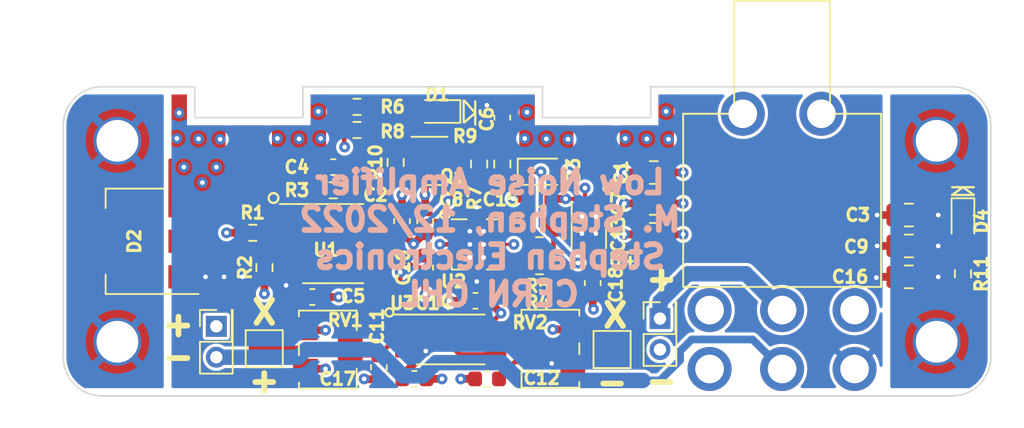
<source format=kicad_pcb>
(kicad_pcb (version 20211014) (generator pcbnew)
  (layers (0 "F.Cu" signal) (1 "In1.Cu" signal) (2 "In2.Cu" signal) (31 "B.Cu" signal) (34 "B.Paste" user) (35 "F.Paste" user) (36 "B.SilkS" user "B.Silkscreen") (37 "F.SilkS" user "F.Silkscreen") (38 "B.Mask" user) (39 "F.Mask" user) (44 "Edge.Cuts" user))
  (net 0 "")
  (net 1 "+9V")
  (net 2 "GND")
  (net 3 "-9V")
  (net 4 "Net-(C4-Pad1)")
  (net 5 "Net-(C4-Pad2)")
  (net 6 "Net-(J1-Pad1)")
  (net 7 "Net-(J2-Pad1)")
  (net 8 "Net-(C11-Pad1)")
  (net 11 "Net-(C12-Pad2)")
  (net 12 "Net-(R4-Pad2)")
  (net 13 "Net-(BT1-Pad1)")
  (net 14 "Net-(BT2-Pad2)")
  (net 20 "Net-(C6-Pad1)")
  (net 21 "Net-(R4-Pad1)")
  (net 22 "Net-(R5-Pad1)")
  (net 23 "Net-(R7-Pad1)")
  (net 24 "Net-(Q1-Pad1)")
  (net 25 "Net-(D1-Pad1)")
  (net 26 "Net-(D1-Pad2)")
  (net 27 "Net-(D4-Pad2)")
  (footprint "Resistor_SMD:R_0603_1608Metric" (layer "F.Cu") (at 112.2625 109.45)
    (fp_text reference "R1")
    (fp_text value "10")
  )
  (footprint "Resistor_SMD:R_0603_1608Metric" (layer "F.Cu") (at 128.4 105 90)
    (fp_text reference "R7")
    (fp_text value "4k99")
  )
  (footprint "Resistor_SMD:R_0603_1608Metric" (layer "F.Cu") (at 126.9 105 -90)
    (fp_text reference "R9")
    (fp_text value "2k")
  )
  (footprint "Capacitor_SMD:C_0603_1608Metric" (layer "F.Cu") (at 128.4 102 90)
    (fp_text reference "C6")
    (fp_text value "0.1uF")
  )
  (footprint "Capacitor_SMD:C_0805_2012Metric" (layer "F.Cu") (at 154.7 108.3 180)
    (fp_text reference "C3")
    (fp_text value "10uF")
  )
  (footprint "Potentiometer_SMD:Potentiometer_Bourns_3214W_Vertical" (layer "F.Cu") (at 117.1125 117 90)
    (fp_text reference "RV1")
    (fp_text value "R_Potentiometer")
  )
  (footprint "Capacitor_SMD:C_0603_1608Metric" (layer "F.Cu") (at 130.8 107.25 180)
    (fp_text reference "C15")
    (fp_text value "0.1uF")
  )
  (footprint "Capacitor_SMD:C_0603_1608Metric" (layer "F.Cu") (at 127.4125 118.9)
    (fp_text reference "C12")
    (fp_text value "0.1uF")
  )
  (footprint "MountingHole:MountingHole_2.7mm_M2.5_Pad_TopOnly" (layer "F.Cu") (at 156.5 103.5)
    (fp_text reference "H2" hide)
    (fp_text value "MountingHole_Pad")
  )
  (footprint "Package_TO_SOT_SMD:SOT-223" (layer "F.Cu") (at 104.65 110 180)
    (fp_text reference "D2")
    (fp_text value "D_Dual_Series_bat120s")
  )
  (footprint "Capacitor_SMD:C_0603_1608Metric" (layer "F.Cu") (at 121.9125 108.7 90)
    (fp_text reference "C2")
    (fp_text value "0.1uF")
  )
  (footprint "Capacitor_SMD:C_0603_1608Metric" (layer "F.Cu") (at 122.7125 118.9 180)
    (fp_text reference "C17")
    (fp_text value "0.1uF")
  )
  (footprint "Connector_PinSocket_2.00mm:PinSocket_2x01_P2.00mm_Vertical" (layer "F.Cu") (at 138.6 115 90)
    (fp_text reference "BT1" hide)
    (fp_text value "9V")
  )
  (footprint "MountingHole:MountingHole_2.7mm_M2.5_Pad_TopOnly" (layer "F.Cu") (at 103.5 103.5)
    (fp_text reference "H1" hide)
    (fp_text value "MountingHole_Pad")
  )
  (footprint "MountingHole:MountingHole_2.7mm_M2.5_Pad_TopOnly" (layer "F.Cu") (at 156.5 116.5)
    (fp_text reference "H3" hide)
    (fp_text value "MountingHole_Pad")
  )
  (footprint "Resistor_SMD:R_0805_2012Metric" (layer "F.Cu") (at 130.8 111.4)
    (fp_text reference "R4")
    (fp_text value "100")
  )
  (footprint "Diode_SMD:D_SOD-323" (layer "F.Cu") (at 130.9 105.5)
    (fp_text reference "D3")
    (fp_text value "D")
  )
  (footprint "Capacitor_SMD:C_0805_2012Metric" (layer "F.Cu") (at 138.2 109.55 180)
    (fp_text reference "C13")
    (fp_text value "10uF")
  )
  (footprint "Resistor_SMD:R_0603_1608Metric" (layer "F.Cu") (at 119 101.3)
    (fp_text reference "R6")
    (fp_text value "10k")
  )
  (footprint "Potentiometer_SMD:Potentiometer_Bourns_3214W_Vertical" (layer "F.Cu") (at 131.5125 116.95 -90)
    (fp_text reference "RV2")
    (fp_text value "R_Potentiometer")
  )
  (footprint "LED_SMD:LED_0603_1608Metric" (layer "F.Cu") (at 124.2 101.6 180)
    (fp_text reference "D1")
    (fp_text value "LED")
  )
  (footprint "Capacitor_SMD:C_0603_1608Metric" (layer "F.Cu") (at 123.4125 111.7 90)
    (fp_text reference "C10")
    (fp_text value "0.1uF")
  )
  (footprint "Package_SO:SO-8_3.9x4.9mm_P1.27mm" (layer "F.Cu") (at 117.4625 110.15)
    (fp_text reference "U1")
    (fp_text value "LT1028CS8")
  )
  (footprint "Capacitor_SMD:C_0603_1608Metric" (layer "F.Cu") (at 120.4125 118.15 -90)
    (fp_text reference "C11")
    (fp_text value "0.1uF")
  )
  (footprint "TestPoint:TestPoint_Pad_2.0x2.0mm" (layer "F.Cu") (at 135.5 117)
    (fp_text reference "TP2" hide)
    (fp_text value "TestPoint")
  )
  (footprint "Resistor_SMD:R_0603_1608Metric" (layer "F.Cu") (at 158.2 112.1 -90)
    (fp_text reference "R11")
    (fp_text value "10k")
  )
  (footprint "Capacitor_SMD:C_0603_1608Metric" (layer "F.Cu") (at 117.4625 105.2)
    (fp_text reference "C4")
    (fp_text value "68pF")
  )
  (footprint "Resistor_SMD:R_0603_1608Metric" (layer "F.Cu") (at 121.5 104.9 90)
    (fp_text reference "R10")
    (fp_text value "10k")
  )
  (footprint "LED_SMD:LED_0603_1608Metric" (layer "F.Cu") (at 158.2 108.7 -90)
    (fp_text reference "D4")
    (fp_text value "LED")
  )
  (footprint "Capacitor_SMD:C_0603_1608Metric" (layer "F.Cu") (at 116.1125 113.6 180)
    (fp_text reference "C5")
    (fp_text value "0.1uF")
  )
  (footprint "library:132139_LP" (layer "F.Cu") (at 112 104.25)
    (fp_text reference "J1" hide)
    (fp_text value "Conn_Coaxial")
  )
  (footprint "Capacitor_SMD:C_0805_2012Metric" (layer "F.Cu") (at 138.2 105.55 180)
    (fp_text reference "C1")
    (fp_text value "10uF")
  )
  (footprint "Capacitor_SMD:C_0603_1608Metric" (layer "F.Cu") (at 134.25 112.7 90)
    (fp_text reference "C18")
    (fp_text value "0.1uF")
  )
  (footprint "Package_SON:Texas_S-PVSON-N10" (layer "F.Cu") (at 126.75 110.2)
    (fp_text reference "U2")
    (fp_text value "OPA1622")
  )
  (footprint "library:WDFN-8-1EP_3x2mm_P0.5mm_EP1.65x1.8mm" (layer "F.Cu") (at 134 108.95 -90)
    (fp_text reference "U4")
    (fp_text value "ADG1401")
  )
  (footprint "Capacitor_SMD:C_0805_2012Metric" (layer "F.Cu") (at 154.7 110.3 180)
    (fp_text reference "C9")
    (fp_text value "10uF")
  )
  (footprint "library:132139_LP" (layer "F.Cu") (at 134.5 104.25)
    (fp_text reference "J2" hide)
    (fp_text value "Conn_Coaxial")
  )
  (footprint "Package_TO_SOT_SMD:SOT-23" (layer "F.Cu") (at 124.2 104.8)
    (fp_text reference "Q1")
    (fp_text value "Q_NMOS_GSD")
  )
  (footprint "MountingHole:MountingHole_2.7mm_M2.5_Pad_TopOnly" (layer "F.Cu") (at 103.5 116.5)
    (fp_text reference "H4" hide)
    (fp_text value "MountingHole_Pad")
  )
  (footprint "Capacitor_SMD:C_0603_1608Metric" (layer "F.Cu") (at 123.4125 108.7 90)
    (fp_text reference "C8")
    (fp_text value "0.1uF")
  )
  (footprint "Capacitor_SMD:C_0603_1608Metric" (layer "F.Cu") (at 126.6625 113.85 180)
    (fp_text reference "C14")
    (fp_text value "0.1uF")
  )
  (footprint "Capacitor_SMD:C_0805_2012Metric" (layer "F.Cu") (at 138.2 107.55 180)
    (fp_text reference "C7")
    (fp_text value "10uF")
  )
  (footprint "Resistor_SMD:R_0603_1608Metric" (layer "F.Cu") (at 119 102.8 180)
    (fp_text reference "R8")
    (fp_text value "10k")
  )
  (footprint "Resistor_SMD:R_0603_1608Metric" (layer "F.Cu") (at 113.0125 111.7 -90)
    (fp_text reference "R2")
    (fp_text value "50")
  )
  (footprint "Capacitor_SMD:C_0805_2012Metric" (layer "F.Cu") (at 154.7 112.3 180)
    (fp_text reference "C16")
    (fp_text value "10uF")
  )
  (footprint "Package_SO:TSSOP-8_4.4x3mm_P0.65mm" (layer "F.Cu") (at 125.0625 116.35)
    (fp_text reference "U3")
    (fp_text value "LM293")
  )
  (footprint "Resistor_SMD:R_0805_2012Metric" (layer "F.Cu") (at 130.8 109)
    (fp_text reference "R5")
    (fp_text value "100")
  )
  (footprint "TestPoint:TestPoint_Pad_2.0x2.0mm" (layer "F.Cu") (at 113 116.95)
    (fp_text reference "TP1" hide)
    (fp_text value "TestPoint")
  )
  (footprint "Connector_PinSocket_2.00mm:PinSocket_2x01_P2.00mm_Vertical" (layer "F.Cu") (at 109.9 115.5 90)
    (fp_text reference "BT2" hide)
    (fp_text value "9V")
  )
  (footprint "library:100DP1T1B1M6QE" (layer "F.Cu") (at 146.5 114.45 -90)
    (fp_text reference "SW1" hide)
    (fp_text value "SW_Push_DPDT_100DP1T1B1M6QE")
  )
  (footprint "Resistor_SMD:R_0603_1608Metric" (layer "F.Cu") (at 117.4625 106.7)
    (fp_text reference "R3")
    (fp_text value "1k")
  )
  (gr_line (start 125.9 100.9) (end 125.9 102.3) (layer "F.SilkS") (width 0.15))
  (gr_line (start 125.95 102.3) (end 126.65 101.7) (layer "F.SilkS") (width 0.15))
  (gr_line (start 126.65 102.45) (end 126.65 100.95) (layer "F.SilkS") (width 0.15))
  (gr_line (start 158.2 106.5) (end 157.5 107) (layer "F.SilkS") (width 0.15))
  (gr_circle (center 113.6 107.2) (end 113.9 107.3) (layer "F.SilkS") (width 0.15) (fill none))
  (gr_line (start 157.5 107) (end 158.9 107) (layer "F.SilkS") (width 0.15))
  (gr_circle (center 121.1 114.6) (end 121.3625 114.64) (layer "F.SilkS") (width 0.15) (fill none))
  (gr_line (start 158.9 107) (end 158.2 106.5) (layer "F.SilkS") (width 0.15))
  (gr_line (start 157.5 106.5) (end 158.9 106.5) (layer "F.SilkS") (width 0.15))
  (gr_circle (center 135.2 106.55) (end 135.4625 106.59) (layer "F.SilkS") (width 0.15) (fill none))
  (gr_line (start 126.65 101.7) (end 125.95 100.9) (layer "F.SilkS") (width 0.15))
  (gr_circle (center 124.7 108.25) (end 125 108.25) (layer "F.SilkS") (width 0.15) (fill none))
  (gr_line (start 108.5 102) (end 115.5 102) (layer "Edge.Cuts") (width 0.1))
  (gr_line (start 108.5 100) (end 108.5 102) (layer "Edge.Cuts") (width 0.1))
  (gr_line (start 138 100) (end 157.5 100) (layer "Edge.Cuts") (width 0.1))
  (gr_line (start 115.5 102) (end 115.5 100) (layer "Edge.Cuts") (width 0.1))
  (gr_line (start 100 117.5) (end 100 102.5) (layer "Edge.Cuts") (width 0.1))
  (gr_line (start 160 102.5) (end 160 117.5) (layer "Edge.Cuts") (width 0.1))
  (gr_line (start 157.5 120) (end 102.5 120) (layer "Edge.Cuts") (width 0.1))
  (gr_line (start 138 102) (end 131 102) (layer "Edge.Cuts") (width 0.1))
  (gr_line (start 138 100) (end 138 102) (layer "Edge.Cuts") (width 0.1))
  (gr_line (start 102.5 100) (end 108.5 100) (layer "Edge.Cuts") (width 0.1))
  (gr_arc (start 102.5 120) (mid 100.732233 119.267767) (end 100 117.5) (layer "Edge.Cuts") (width 0.1))
  (gr_line (start 131 102) (end 131 100) (layer "Edge.Cuts") (width 0.1))
  (gr_line (start 131 100) (end 115.5 100) (layer "Edge.Cuts") (width 0.1))
  (gr_arc (start 100 102.5) (mid 100.732233 100.732233) (end 102.5 100) (layer "Edge.Cuts") (width 0.1))
  (gr_arc (start 160 117.5) (mid 159.267767 119.267767) (end 157.5 120) (layer "Edge.Cuts") (width 0.1))
  (gr_arc (start 157.5 100) (mid 159.267767 100.732233) (end 160 102.5) (layer "Edge.Cuts") (width 0.1))
  (gr_text "Low Noise Amplifier\nM. Stephan, 12/2022\nStephan Electronics\nCERN OHL" (at 127.6 109.8) (layer "B.SilkS") (effects (font (size 1.5 1.5) (thickness 0.375)) (justify mirror)))
  (gr_text "X" (at 113 114.6) (layer "F.SilkS") (effects (font (size 1.5 1.5) (thickness 0.375))))
  (gr_text "+" (at 107.45 115.35) (layer "F.SilkS") (effects (font (size 1.5 1.5) (thickness 0.375))))
  (gr_text "-" (at 138.7 119) (layer "F.SilkS") (effects (font (size 1.5 1.5) (thickness 0.375))))
  (gr_text "+" (at 138.7 112.4) (layer "F.SilkS") (effects (font (size 1.5 1.5) (thickness 0.375))))
  (gr_text "+" (at 113 119) (layer "F.SilkS") (effects (font (size 1.5 1.5) (thickness 0.375))))
  (gr_text "X" (at 135.7 114.8) (layer "F.SilkS") (effects (font (size 1.5 1.5) (thickness 0.375))))
  (gr_text "-" (at 107.45 117.45) (layer "F.SilkS") (effects (font (size 1.5 1.5) (thickness 0.375))))
  (gr_text "-" (at 135.5 119.1) (layer "F.SilkS") (effects (font (size 1.5 1.5) (thickness 0.375))))
  (segment (start 107.8 107.7) (end 107.8 105.2) (width 0.5) (layer "F.Cu") (net 1))
  (segment (start 123.6375 109.7) (end 123.4125 109.475) (width 0.3) (layer "F.Cu") (net 1))
  (segment (start 115.6625 115.75) (end 116.9625 115.75) (width 0.5) (layer "F.Cu") (net 1))
  (segment (start 139.15 107.55) (end 140.1 107.55) (width 0.5) (layer "F.Cu") (net 1))
  (segment (start 121.8725 109.515) (end 121.9125 109.475) (width 0.5) (layer "F.Cu") (net 1))
  (segment (start 118.175 103.875) (end 118.2 103.9) (width 0.3) (layer "F.Cu") (net 1))
  (segment (start 124.99 109.7) (end 124.781739 109.7) (width 0.3) (layer "F.Cu") (net 1))
  (segment (start 121.962898 109.475) (end 122.663057 110.175159) (width 0.5) (layer "F.Cu") (net 1))
  (segment (start 107.8 107.7) (end 107.8 107.4) (width 0.5) (layer "F.Cu") (net 1))
  (segment (start 127.5125 113.85) (end 128.3125 114.65) (width 0.5) (layer "F.Cu") (net 1))
  (segment (start 133.25 107.4875) (end 133.25 107.15) (width 0.25) (layer "F.Cu") (net 1))
  (segment (start 123.363216 109.475) (end 122.663057 110.175159) (width 0.5) (layer "F.Cu") (net 1))
  (segment (start 118.175 102.8) (end 118.175 103.875) (width 0.3) (layer "F.Cu") (net 1))
  (segment (start 127.4375 113.85) (end 127.5125 113.85) (width 0.5) (layer "F.Cu") (net 1))
  (segment (start 128.225 110.2) (end 129.15 110.2) (width 0.2) (layer "F.Cu") (net 1))
  (segment (start 133.0125 107.25) (end 132.5 107.25) (width 0.25) (layer "F.Cu") (net 1))
  (segment (start 123.4125 109.475) (end 123.363216 109.475) (width 0.3) (layer "F.Cu") (net 1))
  (segment (start 139.15 105.55) (end 140.1 105.55) (width 0.5) (layer "F.Cu") (net 1))
  (segment (start 139.15 109.55) (end 140.1 109.55) (width 0.5) (layer "F.Cu") (net 1))
  (segment (start 121.9125 109.475) (end 121.962898 109.475) (width 0.5) (layer "F.Cu") (net 1))
  (segment (start 133.25 107.4875) (end 133.0125 107.25) (width 0.25) (layer "F.Cu") (net 1))
  (segment (start 120.0375 109.515) (end 121.8725 109.515) (width 0.5) (layer "F.Cu") (net 1))
  (segment (start 131.775 107.25) (end 132.05 107.25) (width 0.5) (layer "F.Cu") (net 1))
  (segment (start 127.925 115.0375) (end 128.3125 114.65) (width 0.3) (layer "F.Cu") (net 1))
  (segment (start 107.8 105.2) (end 109.9 105.2) (width 0.5) (layer "F.Cu") (net 1))
  (segment (start 132.05 107.25) (end 132.5 107.25) (width 0.5) (layer "F.Cu") (net 1))
  (segment (start 127.925 115.375) (end 127.925 115.0375) (width 0.3) (layer "F.Cu") (net 1))
  (segment (start 118.175 101.3) (end 118.175 102.8) (width 0.3) (layer "F.Cu") (net 1))
  (segment (start 107.8 107.4) (end 109 106.2) (width 0.5) (layer "F.Cu") (net 1))
  (segment (start 124.781739 109.7) (end 124.556739 109.475) (width 0.3) (layer "F.Cu") (net 1))
  (segment (start 124.556739 109.475) (end 123.4125 109.475) (width 0.3) (layer "F.Cu") (net 1))
  (via (at 107.8 105.2) (size 0.7) (drill 0.3) (layers "F.Cu" "B.Cu") (net 1))
  (via (at 140.1 109.55) (size 0.7) (drill 0.3) (layers "F.Cu" "B.Cu") (net 1))
  (via (at 129.15 110.2) (size 0.7) (drill 0.3) (layers "F.Cu" "B.Cu") (net 1))
  (via (at 128.3125 114.65) (size 0.7) (drill 0.3) (layers "F.Cu" "B.Cu") (net 1))
  (via (at 109.9 105.2) (size 0.7) (drill 0.3) (layers "F.Cu" "B.Cu") (net 1))
  (via (at 118.2 103.9) (size 0.7) (drill 0.3) (layers "F.Cu" "B.Cu") (net 1))
  (via (at 122.663057 110.175159) (size 0.7) (drill 0.3) (layers "F.Cu" "B.Cu") (net 1))
  (via (at 140.1 105.55) (size 0.7) (drill 0.3) (layers "F.Cu" "B.Cu") (net 1))
  (via (at 116.9625 115.75) (size 0.7) (drill 0.3) (layers "F.Cu" "B.Cu") (net 1))
  (via (at 140.1 107.55) (size 0.7) (drill 0.3) (layers "F.Cu" "B.Cu") (net 1))
  (via (at 109 106.2) (size 0.7) (drill 0.3) (layers "F.Cu" "B.Cu") (net 1))
  (via (at 132.5 107.25) (size 0.7) (drill 0.3) (layers "F.Cu" "B.Cu") (net 1))
  (segment (start 121.9125 107.925) (end 121.725 107.925) (width 0.5) (layer "F.Cu") (net 2))
  (segment (start 113.0125 112.525) (end 113.0125 113.4) (width 0.5) (layer "F.Cu") (net 2))
  (segment (start 125.275 110.2) (end 124.3625 110.2) (width 0.3) (layer "F.Cu") (net 2))
  (segment (start 137.25 105.55) (end 136.3 105.55) (width 0.5) (layer "F.Cu") (net 2))
  (segment (start 137.25 109.55) (end 136.3 109.55) (width 0.5) (layer "F.Cu") (net 2))
  (segment (start 125.8875 113.85) (end 124.9625 113.85) (width 0.5) (layer "F.Cu") (net 2))
  (segment (start 115.25 103.375) (end 116.625 103.375) (width 0.5) (layer "F.Cu") (net 2))
  (segment (start 131.25 103.375) (end 132.625 103.375) (width 0.5) (layer "F.Cu") (net 2))
  (segment (start 123.4125 112.475) (end 123.4125 113.4) (width 0.5) (layer "F.Cu") (net 2))
  (segment (start 131.25 103.375) (end 129.875 103.375) (width 0.5) (layer "F.Cu") (net 2))
  (segment (start 123.4 107) (end 123.4 105.8875) (width 0.5) (layer "F.Cu") (net 2))
  (segment (start 101.5 114.5) (end 103.5 116.5) (width 2) (layer "F.Cu") (net 2))
  (segment (start 115.6625 118.25) (end 116.9625 118.25) (width 0.5) (layer "F.Cu") (net 2))
  (segment (start 155.65 112.3) (end 156.6 112.3) (width 0.5) (layer "F.Cu") (net 2))
  (segment (start 123.4125 107.925) (end 123.4125 107.0125) (width 0.5) (layer "F.Cu") (net 2))
  (segment (start 158.2 114.8) (end 156.5 116.5) (width 0.3) (layer "F.Cu") (net 2))
  (segment (start 137.75 103.375) (end 136.375 103.375) (width 0.5) (layer "F.Cu") (net 2))
  (segment (start 155.65 110.3) (end 156.6 110.3) (width 0.5) (layer "F.Cu") (net 2))
  (segment (start 101.5 105.5) (end 103.5 103.5) (width 2) (layer "F.Cu") (net 2))
  (segment (start 137.75 103.375) (end 139.125 103.375) (width 0.5) (layer "F.Cu") (net 2))
  (segment (start 116.8875 113.6) (end 117.8125 113.6) (width 0.5) (layer "F.Cu") (net 2))
  (segment (start 123.4875 118.9) (end 124.5 118.9) (width 0.5) (layer "F.Cu") (net 2))
  (segment (start 101.5 110) (end 101.5 105.5) (width 2) (layer "F.Cu") (net 2))
  (segment (start 132.625 103.375) (end 132.65 103.4) (width 0.5) (layer "F.Cu") (net 2))
  (segment (start 134.25 114.35) (end 134.25 113.475) (width 0.5) (layer "F.Cu") (net 2))
  (segment (start 136.375 103.375) (end 136.35 103.35) (width 0.5) (layer "F.Cu") (net 2))
  (segment (start 139.125 103.375) (end 139.15 103.4) (width 0.5) (layer "F.Cu") (net 2))
  (segment (start 129.875 103.375) (end 129.85 103.35) (width 0.5) (layer "F.Cu") (net 2))
  (segment (start 113.875 103.375) (end 113.85 103.35) (width 0.5) (layer "F.Cu") (net 2))
  (segment (start 110.125 103.375) (end 110.15 103.4) (width 0.5) (layer "F.Cu") (net 2))
  (segment (start 134.3 114.4) (end 134.25 114.35) (width 0.5) (layer "F.Cu") (net 2))
  (segment (start 137.25 107.55) (end 136.3 107.55) (width 0.5) (layer "F.Cu") (net 2))
  (segment (start 123.4125 107.0125) (end 123.4 107) (width 0.5) (layer "F.Cu") (net 2))
  (segment (start 121.9125 107.0125) (end 121.9 107) (width 0.5) (layer "F.Cu") (net 2))
  (segment (start 107.5 101.675) (end 107.5 101.7) (width 0.5) (layer "F.Cu") (net 2))
  (segment (start 120.4125 118.925) (end 119.4875 118.925) (width 0.5) (layer "F.Cu") (net 2))
  (segment (start 130 101.675) (end 130 101.65) (width 0.5) (layer "F.Cu") (net 2))
  (segment (start 119.4875 118.925) (end 119.4625 118.9) (width 0.5) (layer "F.Cu") (net 2))
  (segment (start 126.6375 118.9) (end 125.7125 118.9) (width 0.5) (layer "F.Cu") (net 2))
  (segment (start 158.2 112.925) (end 158.2 114.8) (width 0.3) (layer "F.Cu") (net 2))
  (segment (start 111.4375 109.45) (end 110.5625 109.45) (width 0.5) (layer "F.Cu") (net 2))
  (segment (start 121.9125 107.925) (end 121.9125 107.0125) (width 0.5) (layer "F.Cu") (net 2))
  (segment (start 133.75 107.4875) (end 133.75 106.55) (width 0.25) (layer "F.Cu") (net 2))
  (segment (start 108.75 103.375) (end 110.125 103.375) (width 0.5) (layer "F.Cu") (net 2))
  (segment (start 155.65 108.3) (end 156.6 108.3) (width 0.5) (layer "F.Cu") (net 2))
  (segment (start 132.9625 115.7) (end 131.6625 115.7) (width 0.5) (layer "F.Cu") (net 2))
  (segment (start 107.375 103.375) (end 107.35 103.35) (width 0.5) (layer "F.Cu") (net 2))
  (segment (start 101.5 110) (end 101.5 114.5) (width 2) (layer "F.Cu") (net 2))
  (segment (start 108.75 103.375) (end 107.375 103.375) (width 0.5) (layer "F.Cu") (net 2))
  (segment (start 131.95 105.5) (end 132.7 105.5) (width 0.3) (layer "F.Cu") (net 2))
  (segment (start 130.025 107.25) (end 129.1 107.25) (width 0.5) (layer "F.Cu") (net 2))
  (segment (start 123.4 105.8875) (end 123.2625 105.75) (width 0.5) (layer "F.Cu") (net 2))
  (segment (start 116.625 103.375) (end 116.65 103.35) (width 0.5) (layer "F.Cu") (net 2))
  (segment (start 115.25 103.375) (end 113.875 103.375) (width 0.5) (layer "F.Cu") (net 2))
  (via (at 119.4625 118.9) (size 0.7) (drill 0.3) (layers "F.Cu" "B.Cu") (net 2))
  (via (at 132.65 103.4) (size 0.7) (drill 0.3) (layers "F.Cu" "B.Cu") (net 2))
  (via (at 117.8125 113.6) (size 0.7) (drill 0.3) (layers "F.Cu" "B.Cu") (net 2))
  (via (at 156.6 110.3) (size 0.7) (drill 0.3) (layers "F.Cu" "B.Cu") (net 2))
  (via (at 113.85 103.35) (size 0.7) (drill 0.3) (layers "F.Cu" "B.Cu") (net 2))
  (via (at 124.5 118.9) (size 0.7) (drill 0.3) (layers "F.Cu" "B.Cu") (net 2))
  (via (at 130 101.65) (size 0.7) (drill 0.3) (layers "F.Cu" "B.Cu") (net 2))
  (via (at 134.3 114.4) (size 0.7) (drill 0.3) (layers "F.Cu" "B.Cu") (net 2))
  (via (at 123.4 107) (size 0.7) (drill 0.3) (layers "F.Cu" "B.Cu") (net 2))
  (via (at 124.9625 113.85) (size 0.7) (drill 0.3) (layers "F.Cu" "B.Cu") (net 2))
  (via (at 156.6 108.3) (size 0.7) (drill 0.3) (layers "F.Cu" "B.Cu") (net 2))
  (via (at 124.3625 110.2) (size 0.7) (drill 0.3) (layers "F.Cu" "B.Cu") (net 2))
  (via (at 136.3 109.55) (size 0.7) (drill 0.3) (layers "F.Cu" "B.Cu") (net 2))
  (via (at 131.6625 115.7) (size 0.7) (drill 0.3) (layers "F.Cu" "B.Cu") (net 2))
  (via (at 132.7 105.5) (size 0.7) (drill 0.3) (layers "F.Cu" "B.Cu") (net 2))
  (via (at 136.3 107.55) (size 0.7) (drill 0.3) (layers "F.Cu" "B.Cu") (net 2))
  (via (at 116.5 101.6) (size 0.7) (drill 0.3) (layers "F.Cu" "B.Cu") (net 2))
  (via (at 123.4125 113.4) (size 0.7) (drill 0.3) (layers "F.Cu" "B.Cu") (net 2))
  (via (at 110.15 103.4) (size 0.7) (drill 0.3) (layers "F.Cu" "B.Cu") (net 2))
  (via (at 136.35 103.35) (size 0.7) (drill 0.3) (layers "F.Cu" "B.Cu") (net 2))
  (via (at 136.3 105.55) (size 0.7) (drill 0.3) (layers "F.Cu" "B.Cu") (net 2))
  (via (at 131.25 103.375) (size 0.7) (drill 0.3) (layers "F.Cu" "B.Cu") (net 2))
  (via (at 129.1 107.25) (size 0.7) (drill 0.3) (layers "F.Cu" "B.Cu") (net 2))
  (via (at 139.15 103.4) (size 0.7) (drill 0.3) (layers "F.Cu" "B.Cu") (net 2))
  (via (at 116.9625 118.25) (size 0.7) (drill 0.3) (layers "F.Cu" "B.Cu") (net 2))
  (via (at 125.7125 118.9) (size 0.7) (drill 0.3) (layers "F.Cu" "B.Cu") (net 2))
  (via (at 139 101.6) (size 0.7) (drill 0.3) (layers "F.Cu" "B.Cu") (net 2))
  (via (at 107.5 101.7) (size 0.7) (drill 0.3) (layers "F.Cu" "B.Cu") (net 2))
  (via (at 116.65 103.35) (size 0.7) (drill 0.3) (layers "F.Cu" "B.Cu") (net 2))
  (via (at 156.6 112.3) (size 0.7) (drill 0.3) (layers "F.Cu" "B.Cu") (net 2))
  (via (at 108.75 103.375) (size 0.7) (drill 0.3) (layers "F.Cu" "B.Cu") (net 2))
  (via (at 115.25 103.375) (size 0.7) (drill 0.3) (layers "F.Cu" "B.Cu") (net 2))
  (via (at 133.75 106.55) (size 0.7) (drill 0.3) (layers "F.Cu" "B.Cu") (net 2))
  (via (at 113.0125 113.4) (size 0.7) (drill 0.3) (layers "F.Cu" "B.Cu") (net 2))
  (via (at 121.9 107) (size 0.7) (drill 0.3) (layers "F.Cu" "B.Cu") (net 2))
  (via (at 137.75 103.375) (size 0.7) (drill 0.3) (layers "F.Cu" "B.Cu") (net 2))
  (via (at 110.5625 109.45) (size 0.7) (drill 0.3) (layers "F.Cu" "B.Cu") (net 2))
  (via (at 107.35 103.35) (size 0.7) (drill 0.3) (layers "F.Cu" "B.Cu") (net 2))
  (via (at 129.85 103.35) (size 0.7) (drill 0.3) (layers "F.Cu" "B.Cu") (net 2))
  (segment (start 121.5 105.725) (end 120.525 105.725) (width 0.3) (layer "F.Cu") (net 3))
  (segment (start 127.2 109.35) (end 126.75 109.8) (width 0.3) (layer "F.Cu") (net 3))
  (segment (start 115.1625 113.6) (end 114.4125 112.85) (width 0.5) (layer "F.Cu") (net 3))
  (segment (start 134 108.95) (end 134 108.85) (width 0.25) (layer "F.Cu") (net 3))
  (segment (start 127 111.75) (end 127 112.35) (width 0.3) (layer "F.Cu") (net 3))
  (segment (start 126.5 108.05) (end 126.75 107.8) (width 0.3) (layer "F.Cu") (net 3))
  (segment (start 126.75 110.6) (end 126.75 110.2) (width 0.3) (layer "F.Cu") (net 3))
  (segment (start 134 109.05) (end 134.45 109.5) (width 0.25) (layer "F.Cu") (net 3))
  (segment (start 124.556739 110.925) (end 123.4125 110.925) (width 0.3) (layer "F.Cu") (net 3))
  (segment (start 126.75 109.8) (end 126.75 110.2) (width 0.3) (layer "F.Cu") (net 3))
  (segment (start 153.75 112.3) (end 152.65 112.3) (width 0.5) (layer "F.Cu") (net 3))
  (segment (start 115.3375 113.6) (end 115.1625 113.6) (width 0.5) (layer "F.Cu") (net 3))
  (segment (start 123.6375 110.7) (end 123.4125 110.925) (width 0.3) (layer "F.Cu") (net 3))
  (segment (start 127.2 111.05) (end 126.75 110.6) (width 0.3) (layer "F.Cu") (net 3))
  (segment (start 114.8875 112.055) (end 114.8875 112.375) (width 0.5) (layer "F.Cu") (net 3))
  (segment (start 127 108.57) (end 127 108.05) (width 0.3) (layer "F.Cu") (net 3))
  (segment (start 134.25 110.4125) (end 134.25 109.2) (width 0.25) (layer "F.Cu") (net 3))
  (segment (start 124.99 110.7) (end 124.781739 110.7) (width 0.3) (layer "F.Cu") (net 3))
  (segment (start 154.4 106.9) (end 157.1875 106.9) (width 0.5) (layer "F.Cu") (net 3))
  (segment (start 134 108.95) (end 134 109.05) (width 0.25) (layer "F.Cu") (net 3))
  (segment (start 122.2 117.325) (end 122.2 117.3625) (width 0.3) (layer "F.Cu") (net 3))
  (segment (start 123.45 117.1) (end 123.225 117.325) (width 0.3) (layer "F.Cu") (net 3))
  (segment (start 114.8875 112.375) (end 114.4125 112.85) (width 0.5) (layer "F.Cu") (net 3))
  (segment (start 127.425 101.225) (end 127.4 101.2) (width 0.3) (layer "F.Cu") (net 3))
  (segment (start 126.5 112.35) (end 126.75 112.6) (width 0.3) (layer "F.Cu") (net 3))
  (segment (start 153.75 110.3) (end 152.65 110.3) (width 0.5) (layer "F.Cu") (net 3))
  (segment (start 132.6625 117.9) (end 132.9625 118.2) (width 0.5) (layer "F.Cu") (net 3))
  (segment (start 153.75 108.3) (end 152.65 108.3) (width 0.5) (layer "F.Cu") (net 3))
  (segment (start 134.25 110.4125) (end 134.25 111.925) (width 0.25) (layer "F.Cu") (net 3))
  (segment (start 134 108.85) (end 133.55 108.4) (width 0.25) (layer "F.Cu") (net 3))
  (segment (start 123.225 117.325) (end 122.2 117.325) (width 0.3) (layer "F.Cu") (net 3))
  (segment (start 134 109.05) (end 133.55 109.5) (width 0.25) (layer "F.Cu") (net 3))
  (segment (start 126.3 109.35) (end 126.75 109.8) (width 0.3) (layer "F.Cu") (net 3))
  (segment (start 126.3 111.05) (end 126.75 110.6) (width 0.3) (layer "F.Cu") (net 3))
  (segment (start 107.8 112.3) (end 111.6 112.3) (width 0.5) (layer "F.Cu") (net 3))
  (segment (start 128.4 101.225) (end 127.425 101.225) (width 0.3) (layer "F.Cu") (net 3))
  (segment (start 120.525 105.725) (end 120.5 105.7) (width 0.3) (layer "F.Cu") (net 3))
  (segment (start 121.9375 118.6625) (end 121.9375 118.9) (width 0.5) (layer "F.Cu") (net 3))
  (segment (start 126.5 108.57) (end 126.5 108.05) (width 0.3) (layer "F.Cu") (net 3))
  (segment (start 153.75 108.3) (end 153.75 107.55) (width 0.5) (layer "F.Cu") (net 3))
  (segment (start 123.45 117.15) (end 121.9375 118.6625) (width 0.5) (layer "F.Cu") (net 3))
  (segment (start 123.45 117.1) (end 123.45 117.15) (width 0.5) (layer "F.Cu") (net 3))
  (segment (start 126.5 111.75) (end 126.5 112.35) (width 0.3) (layer "F.Cu") (net 3))
  (segment (start 126.75 110.2) (end 127.2 110.2) (width 0.3) (layer "F.Cu") (net 3))
  (segment (start 127 108.05) (end 126.75 107.8) (width 0.3) (layer "F.Cu") (net 3))
  (segment (start 124.781739 110.7) (end 124.556739 110.925) (width 0.3) (layer "F.Cu") (net 3))
  (segment (start 134.25 109.2) (end 134 108.95) (width 0.25) (layer "F.Cu") (net 3))
  (segment (start 127 112.35) (end 126.75 112.6) (width 0.3) (layer "F.Cu") (net 3))
  (segment (start 125.275 110.7) (end 126.25 110.7) (width 0.3) (layer "F.Cu") (net 3))
  (segment (start 131.6 117.9) (end 132.6625 117.9) (width 0.5) (layer "F.Cu") (net 3))
  (segment (start 153.75 107.55) (end 154.4 106.9) (width 0.5) (layer "F.Cu") (net 3))
  (segment (start 157.1875 106.9) (end 158.2 107.9125) (width 0.5) (layer "F.Cu") (net 3))
  (segment (start 126.75 110.2) (end 126.3 110.2) (width 0.3) (layer "F.Cu") (net 3))
  (segment (start 134 108.85) (end 134.45 108.4) (width 0.25) (layer "F.Cu") (net 3))
  (segment (start 126.25 110.7) (end 126.75 110.2) (width 0.3) (layer "F.Cu") (net 3))
  (via (at 152.65 110.3) (size 0.7) (drill 0.3) (layers "F.Cu" "B.Cu") (net 3))
  (via (at 127.4 101.2) (size 0.7) (drill 0.3) (layers "F.Cu" "B.Cu") (net 3))
  (via (at 131.6 117.9) (size 0.7) (drill 0.3) (layers "F.Cu" "B.Cu") (net 3))
  (via (at 152.65 108.3) (size 0.7) (drill 0.3) (layers "F.Cu" "B.Cu") (net 3))
  (via (at 114.4125 112.85) (size 0.7) (drill 0.3) (layers "F.Cu" "B.Cu") (net 3))
  (via (at 126.3 109.35) (size 0.7) (drill 0.3) (layers "F.Cu" "B.Cu") (net 3))
  (via (at 126.3 110.2) (size 0.7) (drill 0.3) (layers "F.Cu" "B.Cu") (net 3))
  (via (at 127.2 111.05) (size 0.7) (drill 0.3) (layers "F.Cu" "B.Cu") (net 3))
  (via (at 109.2 112.3) (size 0.7) (drill 0.3) (layers "F.Cu" "B.Cu") (net 3))
  (via (at 123.45 117.1) (size 0.7) (drill 0.3) (layers "F.Cu" "B.Cu") (net 3))
  (via (at 152.6 112.35) (size 0.7) (drill 0.3) (layers "F.Cu" "B.Cu") (net 3))
  (via (at 134.45 108.4) (size 0.7) (drill 0.3) (layers "F.Cu" "B.Cu") (net 3))
  (via (at 111.6 112.3) (size 0.7) (drill 0.3) (layers "F.Cu" "B.Cu") (net 3))
  (via (at 134.45 109.5) (size 0.7) (drill 0.3) (layers "F.Cu" "B.Cu") (net 3))
  (via (at 126.3 111.05) (size 0.7) (drill 0.3) (layers "F.Cu" "B.Cu") (net 3))
  (via (at 126.75 107.8) (size 0.7) (drill 0.3) (layers "F.Cu" "B.Cu") (net 3))
  (via (at 127.2 109.35) (size 0.7) (drill 0.3) (layers "F.Cu" "B.Cu") (net 3))
  (via (at 133.55 108.4) (size 0.7) (drill 0.3) (layers "F.Cu" "B.Cu") (net 3))
  (via (at 133.55 109.5) (size 0.7) (drill 0.3) (layers "F.Cu" "B.Cu") (net 3))
  (via (at 127.2 110.2) (size 0.7) (drill 0.3) (layers "F.Cu" "B.Cu") (net 3))
  (via (at 120.5 105.7) (size 0.7) (drill 0.3) (layers "F.Cu" "B.Cu") (net 3))
  (via (at 126.75 112.6) (size 0.7) (drill 0.3) (layers "F.Cu" "B.Cu") (net 3))
  (via (at 110.4 112.3) (size 0.7) (drill 0.3) (layers "F.Cu" "B.Cu") (net 3))
  (segment (start 113.1525 109.515) (end 113.0875 109.45) (width 0.3) (layer "F.Cu") (net 4))
  (segment (start 116.6375 106.7) (end 116.6375 108.925) (width 0.5) (layer "F.Cu") (net 4))
  (segment (start 114.8875 109.515) (end 113.1525 109.515) (width 0.5) (layer "F.Cu") (net 4))
  (segment (start 116.6375 108.925) (end 116.0475 109.515) (width 0.5) (layer "F.Cu") (net 4))
  (segment (start 116.0475 109.515) (end 114.8875 109.515) (width 0.5) (layer "F.Cu") (net 4))
  (segment (start 116.6875 105.2) (end 116.6875 106.65) (width 0.5) (layer "F.Cu") (net 4))
  (segment (start 116.6875 106.65) (end 116.6375 106.7) (width 0.3) (layer "F.Cu") (net 4))
  (segment (start 120.015 110.7625) (end 120.0375 110.785) (width 0.3) (layer "F.Cu") (net 5))
  (segment (start 121.2125 108.7) (end 124.775 108.7) (width 0.3) (layer "F.Cu") (net 5))
  (segment (start 120.1 115.2375) (end 120.8875 116.025) (width 0.3) (layer "F.Cu") (net 5))
  (segment (start 120.8875 116.025) (end 122.2 116.025) (width 0.3) (layer "F.Cu") (net 5))
  (segment (start 122.2 116.025) (end 124.3375 116.025) (width 0.3) (layer "F.Cu") (net 5))
  (segment (start 118.2875 108.5375) (end 118.2875 108.875) (width 0.3) (layer "F.Cu") (net 5))
  (segment (start 118.2375 105.2) (end 118.2375 106.65) (width 0.5) (layer "F.Cu") (net 5))
  (segment (start 121.0375 108.875) (end 121.2125 108.7) (width 0.3) (layer "F.Cu") (net 5))
  (segment (start 124.775 111.7) (end 125.275 111.2) (width 0.3) (layer "F.Cu") (net 5))
  (segment (start 118.2875 108.5375) (end 118.2875 110.7625) (width 0.3) (layer "F.Cu") (net 5))
  (segment (start 118.2375 106.65) (end 118.2875 106.7) (width 0.3) (layer "F.Cu") (net 5))
  (segment (start 118.2875 110.7625) (end 120.015 110.7625) (width 0.3) (layer "F.Cu") (net 5))
  (segment (start 122.6625 111.7) (end 124.775 111.7) (width 0.3) (layer "F.Cu") (net 5))
  (segment (start 118.2875 112.425) (end 120.1 114.2375) (width 0.3) (layer "F.Cu") (net 5))
  (segment (start 118.2875 108.875) (end 118.3 108.8875) (width 0.3) (layer "F.Cu") (net 5))
  (segment (start 118.2875 110.7625) (end 118.2875 112.425) (width 0.3) (layer "F.Cu") (net 5))
  (segment (start 124.3375 116.025) (end 125.6375 117.325) (width 0.3) (layer "F.Cu") (net 5))
  (segment (start 120.0375 110.785) (end 121.7475 110.785) (width 0.3) (layer "F.Cu") (net 5))
  (segment (start 124.775 108.7) (end 125.275 109.2) (width 0.3) (layer "F.Cu") (net 5))
  (segment (start 118.2875 108.875) (end 121.0375 108.875) (width 0.3) (layer "F.Cu") (net 5))
  (segment (start 120.1 114.2375) (end 120.1 115.2375) (width 0.3) (layer "F.Cu") (net 5))
  (segment (start 125.6375 117.325) (end 127.925 117.325) (width 0.3) (layer "F.Cu") (net 5))
  (segment (start 118.2875 106.7) (end 118.2875 108.5375) (width 0.3) (layer "F.Cu") (net 5))
  (segment (start 121.7475 110.785) (end 122.6625 111.7) (width 0.3) (layer "F.Cu") (net 5))
  (segment (start 114.8875 110.785) (end 113.1025 110.785) (width 0.5) (layer "F.Cu") (net 6))
  (segment (start 113.1025 110.785) (end 113.0125 110.875) (width 0.5) (layer "F.Cu") (net 6))
  (segment (start 109.65 108.75) (end 112 106.4) (width 0.5) (layer "F.Cu") (net 6))
  (segment (start 113.0125 110.875) (end 110.375 110.875) (width 0.5) (layer "F.Cu") (net 6))
  (segment (start 112 106.4) (end 112 104.2) (width 0.5) (layer "F.Cu") (net 6))
  (segment (start 109.65 110.15) (end 109.65 108.75) (width 0.5) (layer "F.Cu") (net 6))
  (segment (start 110.375 110.875) (end 109.65 110.15) (width 0.5) (layer "F.Cu") (net 6))
  (segment (start 134.75 104.5) (end 134.5 104.25) (width 0.3) (layer "F.Cu") (net 7))
  (segment (start 134.1 104.6) (end 134.5 104.2) (width 0.5) (layer "F.Cu") (net 7))
  (segment (start 134.75 107.4875) (end 134.75 104.5) (width 0.3) (layer "F.Cu") (net 7))
  (segment (start 118.8875 117.325) (end 118.5625 117) (width 0.5) (layer "F.Cu") (net 8))
  (segment (start 118.9375 117.375) (end 118.5625 117) (width 0.3) (layer "F.Cu") (net 8))
  (segment (start 122.2 116.675) (end 121.1125 116.675) (width 0.3) (layer "F.Cu") (net 8))
  (segment (start 121.1125 116.675) (end 120.4125 117.375) (width 0.3) (layer "F.Cu") (net 8))
  (segment (start 113 117) (end 118.5625 117) (width 0.5) (layer "F.Cu") (net 8))
  (segment (start 120.4125 117.375) (end 118.9375 117.375) (width 0.3) (layer "F.Cu") (net 8))
  (segment (start 135.5 117) (end 130.1125 117) (width 0.5) (layer "F.Cu") (net 11))
  (segment (start 128.1875 118.825) (end 130.0625 116.95) (width 0.3) (layer "F.Cu") (net 11))
  (segment (start 129.7875 116.675) (end 130.0625 116.95) (width 0.3) (layer "F.Cu") (net 11))
  (segment (start 127.925 116.675) (end 129.7875 116.675) (width 0.3) (layer "F.Cu") (net 11))
  (segment (start 130.1125 117) (end 130.0625 116.95) (width 0.5) (layer "F.Cu") (net 11))
  (segment (start 128.1875 118.9) (end 128.1875 118.825) (width 0.3) (layer "F.Cu") (net 11))
  (segment (start 134.9 112.7) (end 133.0125 112.7) (width 0.3) (layer "F.Cu") (net 12))
  (segment (start 135.1 112.5) (end 135.1 111.4) (width 0.3) (layer "F.Cu") (net 12))
  (segment (start 133.0125 112.7) (end 131.7125 111.4) (width 0.3) (layer "F.Cu") (net 12))
  (segment (start 134.9 112.7) (end 135.1 112.5) (width 0.3) (layer "F.Cu") (net 12))
  (segment (start 131.7125 109) (end 131.7125 111.4) (width 0.3) (layer "F.Cu") (net 12))
  (segment (start 135.1 111.4) (end 134.75 111.05) (width 0.3) (layer "F.Cu") (net 12))
  (segment (start 134.75 111.05) (end 134.75 110.4125) (width 0.3) (layer "F.Cu") (net 12))
  (segment (start 138.6 115) (end 138.6 113.9) (width 1) (layer "B.Cu") (net 13))
  (segment (start 138.6 113.9) (end 140.4 112.1) (width 1) (layer "B.Cu") (net 13))
  (segment (start 140.4 112.1) (end 144.15 112.1) (width 1) (layer "B.Cu") (net 13))
  (segment (start 144.15 112.1) (end 146.5 114.45) (width 1) (layer "B.Cu") (net 13))
  (segment (start 123.85 118.1) (end 123.864214 118.1) (width 1) (layer "B.Cu") (net 14))
  (segment (start 123.864214 118.1) (end 124.114214 117.85) (width 1) (layer "B.Cu") (net 14))
  (segment (start 109.9 117.5) (end 115.2 117.5) (width 1) (layer "B.Cu") (net 14))
  (segment (start 129.5 119) (end 137.5 119) (width 1) (layer "B.Cu") (net 14))
  (segment (start 139.9 117.1) (end 139.9 117.7) (width 0.5) (layer "B.Cu") (net 14))
  (segment (start 140.65 116.35) (end 139.9 117.1) (width 0.5) (layer "B.Cu") (net 14))
  (segment (start 146.5 118.26) (end 144.59 116.35) (width 0.5) (layer "B.Cu") (net 14))
  (segment (start 120.25 117) (end 121.95 118.7) (width 1) (layer "B.Cu") (net 14))
  (segment (start 115.2 117.5) (end 115.7 117) (width 1) (layer "B.Cu") (net 14))
  (segment (start 144.59 116.35) (end 140.65 116.35) (width 0.5) (layer "B.Cu") (net 14))
  (segment (start 121.95 118.7) (end 123.25 118.7) (width 1) (layer "B.Cu") (net 14))
  (segment (start 128.35 117.85) (end 129.5 119) (width 1) (layer "B.Cu") (net 14))
  (segment (start 139.9 117.7) (end 138.6 119) (width 0.5) (layer "B.Cu") (net 14))
  (segment (start 124.114214 117.85) (end 128.35 117.85) (width 1) (layer "B.Cu") (net 14))
  (segment (start 123.25 118.7) (end 123.85 118.1) (width 1) (layer "B.Cu") (net 14))
  (segment (start 115.7 117) (end 120.25 117) (width 1) (layer "B.Cu") (net 14))
  (segment (start 138.6 119) (end 137.5 119) (width 0.5) (layer "B.Cu") (net 14))
  (segment (start 126.9 104.175) (end 126.9 103.8) (width 0.3) (layer "F.Cu") (net 20))
  (segment (start 126.9 103.8) (end 127.925 102.775) (width 0.3) (layer "F.Cu") (net 20))
  (segment (start 127.925 102.775) (end 128.4 102.775) (width 0.3) (layer "F.Cu") (net 20))
  (segment (start 128.25 111) (end 128.225 110.975) (width 0.5) (layer "F.Cu") (net 21))
  (segment (start 129.8875 111.3875) (end 129.5 111) (width 0.5) (layer "F.Cu") (net 21))
  (segment (start 129.5 111) (end 128.25 111) (width 0.5) (layer "F.Cu") (net 21))
  (segment (start 128.225 110.7) (end 128.225 110.975) (width 0.3) (layer "F.Cu") (net 21))
  (segment (start 128.225 110.975) (end 128.225 111.2) (width 0.3) (layer "F.Cu") (net 21))
  (segment (start 129.8875 111.4) (end 129.8875 111.3875) (width 0.5) (layer "F.Cu") (net 21))
  (segment (start 129.7 109) (end 129.3 109.4) (width 0.5) (layer "F.Cu") (net 22))
  (segment (start 128.225 109.2) (end 128.225 109.7) (width 0.3) (layer "F.Cu") (net 22))
  (segment (start 129.3 109.4) (end 128.4 109.4) (width 0.5) (layer "F.Cu") (net 22))
  (segment (start 129.8875 109) (end 129.7 109) (width 0.5) (layer "F.Cu") (net 22))
  (segment (start 122.2 115.375) (end 125.2875 115.375) (width 0.3) (layer "F.Cu") (net 23))
  (segment (start 126.475 105.825) (end 124.9 107.4) (width 0.3) (layer "F.Cu") (net 23))
  (segment (start 125.9375 116.025) (end 127.925 116.025) (width 0.3) (layer "F.Cu") (net 23))
  (segment (start 122.2 115.375) (end 121.8 114.975) (width 0.3) (layer "F.Cu") (net 23))
  (segment (start 121.8 114.975) (end 121.8 112) (width 0.3) (layer "F.Cu") (net 23))
  (segment (start 128.4 105.825) (end 126.9 105.825) (width 0.3) (layer "F.Cu") (net 23))
  (segment (start 125.2875 115.375) (end 125.9375 116.025) (width 0.3) (layer "F.Cu") (net 23))
  (segment (start 126.9 105.825) (end 126.475 105.825) (width 0.3) (layer "F.Cu") (net 23))
  (via (at 121.8 112) (size 0.7) (drill 0.3) (layers "F.Cu" "B.Cu") (net 23))
  (via (at 124.9 107.4) (size 0.7) (drill 0.3) (layers "F.Cu" "B.Cu") (net 23))
  (segment (start 121.8 112) (end 122.3 112) (width 0.3) (layer "B.Cu") (net 23))
  (segment (start 123.6 108.7) (end 124.9 107.4) (width 0.3) (layer "B.Cu") (net 23))
  (segment (start 123.6 110.7) (end 123.6 108.7) (width 0.3) (layer "B.Cu") (net 23))
  (segment (start 122.3 112) (end 123.6 110.7) (width 0.3) (layer "B.Cu") (net 23))
  (segment (start 120.225 102.8) (end 121.5 104.075) (width 0.3) (layer "F.Cu") (net 24))
  (segment (start 123.2625 103.85) (end 121.725 103.85) (width 0.3) (layer "F.Cu") (net 24))
  (segment (start 121.725 103.85) (end 121.5 104.075) (width 0.3) (layer "F.Cu") (net 24))
  (segment (start 119.825 102.8) (end 120.225 102.8) (width 0.3) (layer "F.Cu") (net 24))
  (segment (start 133.75 110.95) (end 133.3 111.4) (width 0.25) (layer "F.Cu") (net 25))
  (segment (start 129.85 105.5) (end 130.9 105.5) (width 0.3) (layer "F.Cu") (net 25))
  (segment (start 124.9875 104.65) (end 125.1375 104.8) (width 0.3) (layer "F.Cu") (net 25))
  (segment (start 124.9875 101.6) (end 124.9875 104.65) (width 0.3) (layer "F.Cu") (net 25))
  (segment (start 125.1375 104.8) (end 125.3375 105) (width 0.3) (layer "F.Cu") (net 25))
  (segment (start 133.75 110.4125) (end 133.75 110.95) (width 0.25) (layer "F.Cu") (net 25))
  (segment (start 127.575 105) (end 128.4 104.175) (width 0.3) (layer "F.Cu") (net 25))
  (segment (start 125.3375 105) (end 127.575 105) (width 0.3) (layer "F.Cu") (net 25))
  (segment (start 128.4 104.175) (end 128.4 104.3) (width 0.3) (layer "F.Cu") (net 25))
  (segment (start 128.4 104.3) (end 129.6 105.5) (width 0.3) (layer "F.Cu") (net 25))
  (segment (start 129.6 105.5) (end 129.85 105.5) (width 0.3) (layer "F.Cu") (net 25))
  (via (at 133.3 111.4) (size 0.7) (drill 0.3) (layers "F.Cu" "B.Cu") (net 25))
  (via (at 130.9 105.5) (size 0.7) (drill 0.3) (layers "F.Cu" "B.Cu") (net 25))
  (segment (start 130.9 109) (end 133.3 111.4) (width 0.3) (layer "B.Cu") (net 25))
  (segment (start 130.9 105.5) (end 130.9 109) (width 0.3) (layer "B.Cu") (net 25))
  (segment (start 123.1125 101.3) (end 123.4125 101.6) (width 0.3) (layer "F.Cu") (net 26))
  (segment (start 119.825 101.3) (end 123.1125 101.3) (width 0.3) (layer "F.Cu") (net 26))
  (segment (start 158.2 109.4875) (end 158.2 111.275) (width 0.3) (layer "F.Cu") (net 27))
  (zone (net 1) (net_name "+9V") (layer "F.Cu") (connect_pads yes (clearance 0.2)) (min_thickness 0.2) (fill yes (thermal_gap 0.508) (thermal_bridge_width 0.508))
    (polygon (pts (xy 110.5 106) (xy 108.95 107.55) (xy 108.95 108.45) (xy 106.8 108.45) (xy 106.8 104.65) (xy 110.5 104.65)))
  )
  (zone (net 3) (net_name "-9V") (layer "F.Cu") (connect_pads yes (clearance 0.2)) (min_thickness 0.2) (fill yes (thermal_gap 0.508) (thermal_bridge_width 0.508))
    (polygon (pts (xy 112.05 113.05) (xy 106.8 113.05) (xy 106.8 111.55) (xy 112.05 111.55)))
  )
  (zone (net 2) (net_name "GND") (layer "B.Cu") (connect_pads (clearance 0.2)) (min_thickness 0.2) (fill yes (thermal_gap 0.508) (thermal_bridge_width 0.508))
    (polygon (pts (xy 160.5 119.5) (xy 153.5 119.5) (xy 153.5 100.5) (xy 160.5 100.5)))
  )
  (zone (net 2) (net_name "GND") (layer "B.Cu") (connect_pads (clearance 0.2)) (min_thickness 0.2) (fill yes (thermal_gap 0.508) (thermal_bridge_width 0.508))
    (polygon (pts (xy 106.5 119.5) (xy 99 119.5) (xy 99 100.5) (xy 106.5 100.5)))
  )
  (zone (net 3) (net_name "-9V") (layer "B.Cu") (connect_pads (clearance 0.2)) (min_thickness 0.2) (fill yes (thermal_gap 0.2) (thermal_bridge_width 0.4))
    (polygon (pts (xy 108 102.5) (xy 116 102.5) (xy 116 100.5) (xy 130.5 100.5) (xy 130.5 102.5) (xy 138.5 102.5) (xy 138.5 100.5) (xy 153 100.5) (xy 153 119.5) (xy 107 119.5) (xy 107 100.5) (xy 108 100.5)))
  )
)
</source>
